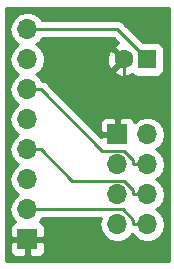
<source format=gbl>
G04 #@! TF.GenerationSoftware,KiCad,Pcbnew,5.0.2+dfsg1-1~bpo9+1*
G04 #@! TF.CreationDate,2019-06-18T09:33:43+01:00*
G04 #@! TF.ProjectId,nrf24l01,6e726632-346c-4303-912e-6b696361645f,rev?*
G04 #@! TF.SameCoordinates,Original*
G04 #@! TF.FileFunction,Copper,L2,Bot*
G04 #@! TF.FilePolarity,Positive*
%FSLAX46Y46*%
G04 Gerber Fmt 4.6, Leading zero omitted, Abs format (unit mm)*
G04 Created by KiCad (PCBNEW 5.0.2+dfsg1-1~bpo9+1) date Tue 18 Jun 2019 09:33:43 IST*
%MOMM*%
%LPD*%
G01*
G04 APERTURE LIST*
G04 #@! TA.AperFunction,ComponentPad*
%ADD10R,1.600000X1.600000*%
G04 #@! TD*
G04 #@! TA.AperFunction,ComponentPad*
%ADD11C,1.600000*%
G04 #@! TD*
G04 #@! TA.AperFunction,ComponentPad*
%ADD12R,1.700000X1.700000*%
G04 #@! TD*
G04 #@! TA.AperFunction,ComponentPad*
%ADD13O,1.700000X1.700000*%
G04 #@! TD*
G04 #@! TA.AperFunction,Conductor*
%ADD14C,0.250000*%
G04 #@! TD*
G04 #@! TA.AperFunction,Conductor*
%ADD15C,0.254000*%
G04 #@! TD*
G04 APERTURE END LIST*
D10*
G04 #@! TO.P,C1,1*
G04 #@! TO.N,VCC*
X138430000Y-60960000D03*
D11*
G04 #@! TO.P,C1,2*
G04 #@! TO.N,GND*
X136430000Y-60960000D03*
G04 #@! TD*
D12*
G04 #@! TO.P,J1,1*
G04 #@! TO.N,GND*
X128270000Y-76200000D03*
D13*
G04 #@! TO.P,J1,2*
G04 #@! TO.N,Net-(J1-Pad2)*
X128270000Y-73660000D03*
G04 #@! TO.P,J1,3*
G04 #@! TO.N,Net-(J1-Pad3)*
X128270000Y-71120000D03*
G04 #@! TO.P,J1,4*
G04 #@! TO.N,Net-(J1-Pad4)*
X128270000Y-68580000D03*
G04 #@! TO.P,J1,5*
G04 #@! TO.N,Net-(J1-Pad5)*
X128270000Y-66040000D03*
G04 #@! TO.P,J1,6*
G04 #@! TO.N,Net-(J1-Pad6)*
X128270000Y-63500000D03*
G04 #@! TO.P,J1,7*
G04 #@! TO.N,Net-(J1-Pad7)*
X128270000Y-60960000D03*
G04 #@! TO.P,J1,8*
G04 #@! TO.N,VCC*
X128270000Y-58420000D03*
G04 #@! TD*
D12*
G04 #@! TO.P,J2,1*
G04 #@! TO.N,GND*
X135890000Y-67310000D03*
D13*
G04 #@! TO.P,J2,2*
G04 #@! TO.N,VCC*
X138430000Y-67310000D03*
G04 #@! TO.P,J2,3*
G04 #@! TO.N,Net-(J1-Pad7)*
X135890000Y-69850000D03*
G04 #@! TO.P,J2,4*
G04 #@! TO.N,Net-(J1-Pad6)*
X138430000Y-69850000D03*
G04 #@! TO.P,J2,5*
G04 #@! TO.N,Net-(J1-Pad5)*
X135890000Y-72390000D03*
G04 #@! TO.P,J2,6*
G04 #@! TO.N,Net-(J1-Pad4)*
X138430000Y-72390000D03*
G04 #@! TO.P,J2,7*
G04 #@! TO.N,Net-(J1-Pad3)*
X135890000Y-74930000D03*
G04 #@! TO.P,J2,8*
G04 #@! TO.N,Net-(J1-Pad2)*
X138430000Y-74930000D03*
G04 #@! TD*
D14*
G04 #@! TO.N,Net-(J1-Pad6)*
X128270000Y-63500000D02*
X129445300Y-63500000D01*
X138430000Y-69850000D02*
X137254700Y-69850000D01*
X137254700Y-69850000D02*
X137254700Y-69482600D01*
X137254700Y-69482600D02*
X136446800Y-68674700D01*
X136446800Y-68674700D02*
X134620000Y-68674700D01*
X134620000Y-68674700D02*
X129445300Y-63500000D01*
G04 #@! TO.N,Net-(J1-Pad4)*
X137254700Y-72390000D02*
X137254700Y-72022600D01*
X137254700Y-72022600D02*
X136446800Y-71214700D01*
X136446800Y-71214700D02*
X132080000Y-71214700D01*
X132080000Y-71214700D02*
X129445300Y-68580000D01*
X128270000Y-68580000D02*
X129445300Y-68580000D01*
X138430000Y-72390000D02*
X137254700Y-72390000D01*
G04 #@! TO.N,Net-(J1-Pad2)*
X138430000Y-74930000D02*
X137254700Y-74930000D01*
X137254700Y-74930000D02*
X137254700Y-74562700D01*
X137254700Y-74562700D02*
X136352000Y-73660000D01*
X136352000Y-73660000D02*
X128270000Y-73660000D01*
G04 #@! TO.N,GND*
X135890000Y-67310000D02*
X135890000Y-66134700D01*
X135890000Y-66134700D02*
X136430000Y-65594700D01*
X136430000Y-65594700D02*
X136430000Y-60960000D01*
G04 #@! TO.N,VCC*
X128270000Y-58420000D02*
X135890000Y-58420000D01*
X135890000Y-58420000D02*
X138430000Y-60960000D01*
G04 #@! TD*
D15*
G04 #@! TO.N,GND*
G36*
X140260001Y-78030000D02*
X126440000Y-78030000D01*
X126440000Y-76485750D01*
X126785000Y-76485750D01*
X126785000Y-77176310D01*
X126881673Y-77409699D01*
X127060302Y-77588327D01*
X127293691Y-77685000D01*
X127984250Y-77685000D01*
X128143000Y-77526250D01*
X128143000Y-76327000D01*
X128397000Y-76327000D01*
X128397000Y-77526250D01*
X128555750Y-77685000D01*
X129246309Y-77685000D01*
X129479698Y-77588327D01*
X129658327Y-77409699D01*
X129755000Y-77176310D01*
X129755000Y-76485750D01*
X129596250Y-76327000D01*
X128397000Y-76327000D01*
X128143000Y-76327000D01*
X126943750Y-76327000D01*
X126785000Y-76485750D01*
X126440000Y-76485750D01*
X126440000Y-58420000D01*
X126755908Y-58420000D01*
X126871161Y-58999418D01*
X127199375Y-59490625D01*
X127497761Y-59690000D01*
X127199375Y-59889375D01*
X126871161Y-60380582D01*
X126755908Y-60960000D01*
X126871161Y-61539418D01*
X127199375Y-62030625D01*
X127497761Y-62230000D01*
X127199375Y-62429375D01*
X126871161Y-62920582D01*
X126755908Y-63500000D01*
X126871161Y-64079418D01*
X127199375Y-64570625D01*
X127497761Y-64770000D01*
X127199375Y-64969375D01*
X126871161Y-65460582D01*
X126755908Y-66040000D01*
X126871161Y-66619418D01*
X127199375Y-67110625D01*
X127497761Y-67310000D01*
X127199375Y-67509375D01*
X126871161Y-68000582D01*
X126755908Y-68580000D01*
X126871161Y-69159418D01*
X127199375Y-69650625D01*
X127497761Y-69850000D01*
X127199375Y-70049375D01*
X126871161Y-70540582D01*
X126755908Y-71120000D01*
X126871161Y-71699418D01*
X127199375Y-72190625D01*
X127497761Y-72390000D01*
X127199375Y-72589375D01*
X126871161Y-73080582D01*
X126755908Y-73660000D01*
X126871161Y-74239418D01*
X127199375Y-74730625D01*
X127221033Y-74745096D01*
X127060302Y-74811673D01*
X126881673Y-74990301D01*
X126785000Y-75223690D01*
X126785000Y-75914250D01*
X126943750Y-76073000D01*
X128143000Y-76073000D01*
X128143000Y-76053000D01*
X128397000Y-76053000D01*
X128397000Y-76073000D01*
X129596250Y-76073000D01*
X129755000Y-75914250D01*
X129755000Y-75223690D01*
X129658327Y-74990301D01*
X129479698Y-74811673D01*
X129318967Y-74745096D01*
X129340625Y-74730625D01*
X129548178Y-74420000D01*
X134477353Y-74420000D01*
X134375908Y-74930000D01*
X134491161Y-75509418D01*
X134819375Y-76000625D01*
X135310582Y-76328839D01*
X135743744Y-76415000D01*
X136036256Y-76415000D01*
X136469418Y-76328839D01*
X136960625Y-76000625D01*
X137160000Y-75702239D01*
X137359375Y-76000625D01*
X137850582Y-76328839D01*
X138283744Y-76415000D01*
X138576256Y-76415000D01*
X139009418Y-76328839D01*
X139500625Y-76000625D01*
X139828839Y-75509418D01*
X139944092Y-74930000D01*
X139828839Y-74350582D01*
X139500625Y-73859375D01*
X139202239Y-73660000D01*
X139500625Y-73460625D01*
X139828839Y-72969418D01*
X139944092Y-72390000D01*
X139828839Y-71810582D01*
X139500625Y-71319375D01*
X139202239Y-71120000D01*
X139500625Y-70920625D01*
X139828839Y-70429418D01*
X139944092Y-69850000D01*
X139828839Y-69270582D01*
X139500625Y-68779375D01*
X139202239Y-68580000D01*
X139500625Y-68380625D01*
X139828839Y-67889418D01*
X139944092Y-67310000D01*
X139828839Y-66730582D01*
X139500625Y-66239375D01*
X139009418Y-65911161D01*
X138576256Y-65825000D01*
X138283744Y-65825000D01*
X137850582Y-65911161D01*
X137359375Y-66239375D01*
X137344904Y-66261032D01*
X137278327Y-66100301D01*
X137099698Y-65921673D01*
X136866309Y-65825000D01*
X136175750Y-65825000D01*
X136017000Y-65983750D01*
X136017000Y-67183000D01*
X136037000Y-67183000D01*
X136037000Y-67437000D01*
X136017000Y-67437000D01*
X136017000Y-67457000D01*
X135763000Y-67457000D01*
X135763000Y-67437000D01*
X134563750Y-67437000D01*
X134510426Y-67490324D01*
X133353792Y-66333690D01*
X134405000Y-66333690D01*
X134405000Y-67024250D01*
X134563750Y-67183000D01*
X135763000Y-67183000D01*
X135763000Y-65983750D01*
X135604250Y-65825000D01*
X134913691Y-65825000D01*
X134680302Y-65921673D01*
X134501673Y-66100301D01*
X134405000Y-66333690D01*
X133353792Y-66333690D01*
X130035631Y-63015530D01*
X129993229Y-62952071D01*
X129741837Y-62784096D01*
X129552474Y-62746429D01*
X129340625Y-62429375D01*
X129042239Y-62230000D01*
X129340625Y-62030625D01*
X129668839Y-61539418D01*
X129784092Y-60960000D01*
X129740973Y-60743223D01*
X134983035Y-60743223D01*
X135010222Y-61313454D01*
X135176136Y-61714005D01*
X135422255Y-61788139D01*
X136250395Y-60960000D01*
X135422255Y-60131861D01*
X135176136Y-60205995D01*
X134983035Y-60743223D01*
X129740973Y-60743223D01*
X129668839Y-60380582D01*
X129340625Y-59889375D01*
X129042239Y-59690000D01*
X129340625Y-59490625D01*
X129548178Y-59180000D01*
X135575199Y-59180000D01*
X135976755Y-59581557D01*
X135675995Y-59706136D01*
X135601861Y-59952255D01*
X136430000Y-60780395D01*
X136444142Y-60766252D01*
X136623748Y-60945858D01*
X136609605Y-60960000D01*
X136623748Y-60974143D01*
X136444142Y-61153748D01*
X136430000Y-61139605D01*
X135601861Y-61967745D01*
X135675995Y-62213864D01*
X136213223Y-62406965D01*
X136783454Y-62379778D01*
X137173067Y-62218395D01*
X137382235Y-62358157D01*
X137630000Y-62407440D01*
X139230000Y-62407440D01*
X139477765Y-62358157D01*
X139687809Y-62217809D01*
X139828157Y-62007765D01*
X139877440Y-61760000D01*
X139877440Y-60160000D01*
X139828157Y-59912235D01*
X139687809Y-59702191D01*
X139477765Y-59561843D01*
X139230000Y-59512560D01*
X138057362Y-59512560D01*
X136480331Y-57935530D01*
X136437929Y-57872071D01*
X136186537Y-57704096D01*
X135964852Y-57660000D01*
X135964847Y-57660000D01*
X135890000Y-57645112D01*
X135815153Y-57660000D01*
X129548178Y-57660000D01*
X129340625Y-57349375D01*
X128849418Y-57021161D01*
X128416256Y-56935000D01*
X128123744Y-56935000D01*
X127690582Y-57021161D01*
X127199375Y-57349375D01*
X126871161Y-57840582D01*
X126755908Y-58420000D01*
X126440000Y-58420000D01*
X126440000Y-56590000D01*
X140260000Y-56590000D01*
X140260001Y-78030000D01*
X140260001Y-78030000D01*
G37*
X140260001Y-78030000D02*
X126440000Y-78030000D01*
X126440000Y-76485750D01*
X126785000Y-76485750D01*
X126785000Y-77176310D01*
X126881673Y-77409699D01*
X127060302Y-77588327D01*
X127293691Y-77685000D01*
X127984250Y-77685000D01*
X128143000Y-77526250D01*
X128143000Y-76327000D01*
X128397000Y-76327000D01*
X128397000Y-77526250D01*
X128555750Y-77685000D01*
X129246309Y-77685000D01*
X129479698Y-77588327D01*
X129658327Y-77409699D01*
X129755000Y-77176310D01*
X129755000Y-76485750D01*
X129596250Y-76327000D01*
X128397000Y-76327000D01*
X128143000Y-76327000D01*
X126943750Y-76327000D01*
X126785000Y-76485750D01*
X126440000Y-76485750D01*
X126440000Y-58420000D01*
X126755908Y-58420000D01*
X126871161Y-58999418D01*
X127199375Y-59490625D01*
X127497761Y-59690000D01*
X127199375Y-59889375D01*
X126871161Y-60380582D01*
X126755908Y-60960000D01*
X126871161Y-61539418D01*
X127199375Y-62030625D01*
X127497761Y-62230000D01*
X127199375Y-62429375D01*
X126871161Y-62920582D01*
X126755908Y-63500000D01*
X126871161Y-64079418D01*
X127199375Y-64570625D01*
X127497761Y-64770000D01*
X127199375Y-64969375D01*
X126871161Y-65460582D01*
X126755908Y-66040000D01*
X126871161Y-66619418D01*
X127199375Y-67110625D01*
X127497761Y-67310000D01*
X127199375Y-67509375D01*
X126871161Y-68000582D01*
X126755908Y-68580000D01*
X126871161Y-69159418D01*
X127199375Y-69650625D01*
X127497761Y-69850000D01*
X127199375Y-70049375D01*
X126871161Y-70540582D01*
X126755908Y-71120000D01*
X126871161Y-71699418D01*
X127199375Y-72190625D01*
X127497761Y-72390000D01*
X127199375Y-72589375D01*
X126871161Y-73080582D01*
X126755908Y-73660000D01*
X126871161Y-74239418D01*
X127199375Y-74730625D01*
X127221033Y-74745096D01*
X127060302Y-74811673D01*
X126881673Y-74990301D01*
X126785000Y-75223690D01*
X126785000Y-75914250D01*
X126943750Y-76073000D01*
X128143000Y-76073000D01*
X128143000Y-76053000D01*
X128397000Y-76053000D01*
X128397000Y-76073000D01*
X129596250Y-76073000D01*
X129755000Y-75914250D01*
X129755000Y-75223690D01*
X129658327Y-74990301D01*
X129479698Y-74811673D01*
X129318967Y-74745096D01*
X129340625Y-74730625D01*
X129548178Y-74420000D01*
X134477353Y-74420000D01*
X134375908Y-74930000D01*
X134491161Y-75509418D01*
X134819375Y-76000625D01*
X135310582Y-76328839D01*
X135743744Y-76415000D01*
X136036256Y-76415000D01*
X136469418Y-76328839D01*
X136960625Y-76000625D01*
X137160000Y-75702239D01*
X137359375Y-76000625D01*
X137850582Y-76328839D01*
X138283744Y-76415000D01*
X138576256Y-76415000D01*
X139009418Y-76328839D01*
X139500625Y-76000625D01*
X139828839Y-75509418D01*
X139944092Y-74930000D01*
X139828839Y-74350582D01*
X139500625Y-73859375D01*
X139202239Y-73660000D01*
X139500625Y-73460625D01*
X139828839Y-72969418D01*
X139944092Y-72390000D01*
X139828839Y-71810582D01*
X139500625Y-71319375D01*
X139202239Y-71120000D01*
X139500625Y-70920625D01*
X139828839Y-70429418D01*
X139944092Y-69850000D01*
X139828839Y-69270582D01*
X139500625Y-68779375D01*
X139202239Y-68580000D01*
X139500625Y-68380625D01*
X139828839Y-67889418D01*
X139944092Y-67310000D01*
X139828839Y-66730582D01*
X139500625Y-66239375D01*
X139009418Y-65911161D01*
X138576256Y-65825000D01*
X138283744Y-65825000D01*
X137850582Y-65911161D01*
X137359375Y-66239375D01*
X137344904Y-66261032D01*
X137278327Y-66100301D01*
X137099698Y-65921673D01*
X136866309Y-65825000D01*
X136175750Y-65825000D01*
X136017000Y-65983750D01*
X136017000Y-67183000D01*
X136037000Y-67183000D01*
X136037000Y-67437000D01*
X136017000Y-67437000D01*
X136017000Y-67457000D01*
X135763000Y-67457000D01*
X135763000Y-67437000D01*
X134563750Y-67437000D01*
X134510426Y-67490324D01*
X133353792Y-66333690D01*
X134405000Y-66333690D01*
X134405000Y-67024250D01*
X134563750Y-67183000D01*
X135763000Y-67183000D01*
X135763000Y-65983750D01*
X135604250Y-65825000D01*
X134913691Y-65825000D01*
X134680302Y-65921673D01*
X134501673Y-66100301D01*
X134405000Y-66333690D01*
X133353792Y-66333690D01*
X130035631Y-63015530D01*
X129993229Y-62952071D01*
X129741837Y-62784096D01*
X129552474Y-62746429D01*
X129340625Y-62429375D01*
X129042239Y-62230000D01*
X129340625Y-62030625D01*
X129668839Y-61539418D01*
X129784092Y-60960000D01*
X129740973Y-60743223D01*
X134983035Y-60743223D01*
X135010222Y-61313454D01*
X135176136Y-61714005D01*
X135422255Y-61788139D01*
X136250395Y-60960000D01*
X135422255Y-60131861D01*
X135176136Y-60205995D01*
X134983035Y-60743223D01*
X129740973Y-60743223D01*
X129668839Y-60380582D01*
X129340625Y-59889375D01*
X129042239Y-59690000D01*
X129340625Y-59490625D01*
X129548178Y-59180000D01*
X135575199Y-59180000D01*
X135976755Y-59581557D01*
X135675995Y-59706136D01*
X135601861Y-59952255D01*
X136430000Y-60780395D01*
X136444142Y-60766252D01*
X136623748Y-60945858D01*
X136609605Y-60960000D01*
X136623748Y-60974143D01*
X136444142Y-61153748D01*
X136430000Y-61139605D01*
X135601861Y-61967745D01*
X135675995Y-62213864D01*
X136213223Y-62406965D01*
X136783454Y-62379778D01*
X137173067Y-62218395D01*
X137382235Y-62358157D01*
X137630000Y-62407440D01*
X139230000Y-62407440D01*
X139477765Y-62358157D01*
X139687809Y-62217809D01*
X139828157Y-62007765D01*
X139877440Y-61760000D01*
X139877440Y-60160000D01*
X139828157Y-59912235D01*
X139687809Y-59702191D01*
X139477765Y-59561843D01*
X139230000Y-59512560D01*
X138057362Y-59512560D01*
X136480331Y-57935530D01*
X136437929Y-57872071D01*
X136186537Y-57704096D01*
X135964852Y-57660000D01*
X135964847Y-57660000D01*
X135890000Y-57645112D01*
X135815153Y-57660000D01*
X129548178Y-57660000D01*
X129340625Y-57349375D01*
X128849418Y-57021161D01*
X128416256Y-56935000D01*
X128123744Y-56935000D01*
X127690582Y-57021161D01*
X127199375Y-57349375D01*
X126871161Y-57840582D01*
X126755908Y-58420000D01*
X126440000Y-58420000D01*
X126440000Y-56590000D01*
X140260000Y-56590000D01*
X140260001Y-78030000D01*
G04 #@! TD*
M02*

</source>
